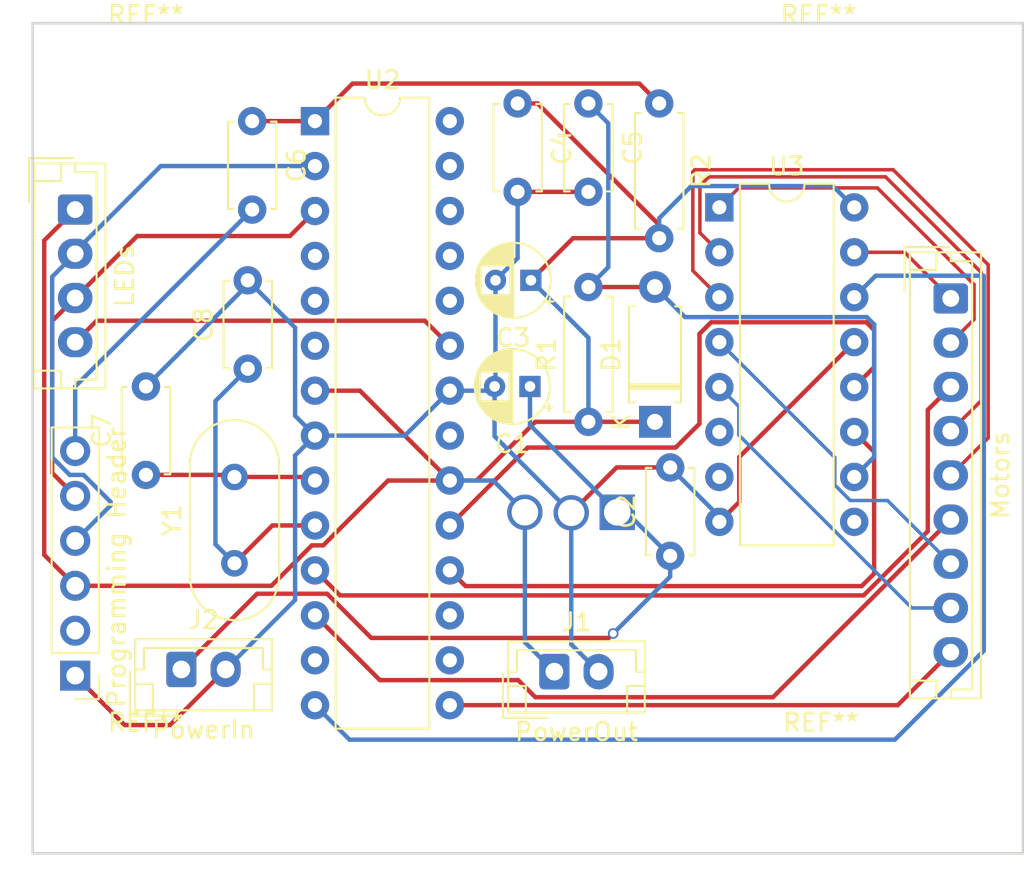
<source format=kicad_pcb>
(kicad_pcb (version 20211014) (generator pcbnew)
  (layers (0 "F.Cu" signal) (31 "B.Cu" signal) (34 "B.Paste" user) (35 "F.Paste" user) (36 "B.SilkS" user "B.Silkscreen") (37 "F.SilkS" user "F.Silkscreen") (38 "B.Mask" user) (39 "F.Mask" user) (44 "Edge.Cuts" user))
  (net 0 "")
  (net 1 "Net-(C5-Pad1)")
  (net 2 "GND")
  (net 3 "4.5V")
  (net 4 "LED1")
  (net 5 "LED0")
  (net 6 "M0+")
  (net 7 "M1+")
  (net 8 "M1-")
  (net 9 "M2-")
  (net 10 "M0-")
  (net 11 "M2+")
  (net 12 "LED2")
  (net 13 "M0PWM")
  (net 14 "M1PWM")
  (net 20 "Net-(C6-Pad1)")
  (net 21 "Net-(C7-Pad1)")
  (net 22 "9V")
  (net 26 "M2PWM")
  (net 34 "Net-(C6-Pad2)")
  (net 36 "Net-(C8-Pad1)")
  (net 37 "SERIAL_DATA")
  (net 38 "SERIAL_LATCH")
  (net 39 "SERIAL_CLOCK")
  (footprint "Crystal:Crystal_HC49-U_Vertical" (layer "F.Cu") (at 71 89 90)
    (fp_text reference "Y1" (at 2.44 -3.525 90) (layer "F.SilkS"))
    (fp_text value "Crystal")
    (pad "1" thru_hole circle (at 0 0 90) (size 1.5 1.5) (drill 0.8) (layers *.Cu *.Mask) (net 36 "Net-(C8-Pad1)"))
    (pad "2" thru_hole circle (at 4.88 0 90) (size 1.5 1.5) (drill 0.8) (layers *.Cu *.Mask) (net 21 "Net-(C7-Pad1)"))
  )
  (footprint "custom:JST_EH_B2B-EH-A_1x02_P2.50mm_Vertical" (layer "F.Cu") (at 68 95)
    (fp_text reference "J2" (at 1.25 -2.8) (layer "F.SilkS"))
    (fp_text value "PowerIn" (at 1.25 3.4) (layer "F.SilkS"))
    (pad "1" thru_hole roundrect locked (at 0 0) (size 1.7 2) (drill 1) (layers *.Cu *.Mask) (roundrect_rratio 0.147059) (net 22 "9V"))
    (pad "2" thru_hole oval locked (at 2.5 0) (size 1.7 2) (drill 1) (layers *.Cu *.Mask) (net 2 "GND"))
  )
  (footprint "custom:MountingHole_3mm" (layer "F.Cu") (at 104.14 102)
    (fp_text reference "REF**" (at 0 -4) (layer "F.SilkS"))
    (fp_text value "MountingHole_3mm")
    (pad "" np_thru_hole circle locked (at 0 0) (size 3 3) (drill 3) (layers *.Cu *.Mask))
  )
  (footprint "custom:C_Disc_D4.7mm_W2.5mm_P5.00mm" (layer "F.Cu") (at 91 63 -90)
    (fp_text reference "C5" (at 2.5 -2.5 90) (layer "F.SilkS"))
    (fp_text value "C_Small")
    (pad "1" thru_hole circle locked (at 0 0 270) (size 1.6 1.6) (drill 0.8) (layers *.Cu *.Mask) (net 1 "Net-(C5-Pad1)"))
    (pad "2" thru_hole circle locked (at 5 0 270) (size 1.6 1.6) (drill 0.8) (layers *.Cu *.Mask) (net 2 "GND"))
  )
  (footprint "custom:L7805CV" (layer "F.Cu") (at 93.64 87.035 180)
    (fp_text reference "U1" hide)
    (fp_text value "L7805")
    (pad "1" thru_hole rect (at 1.01 0.92 180) (size 2 2) (drill 1.5) (layers *.Cu *.Mask) (net 22 "9V"))
    (pad "2" thru_hole circle (at 3.61 0.89 180) (size 2 2) (drill 1.5) (layers *.Cu *.Mask) (net 2 "GND"))
    (pad "3" thru_hole circle (at 6.23 0.92 180) (size 2 2) (drill 1.5) (layers *.Cu *.Mask) (net 3 "4.5V"))
  )
  (footprint "custom:JST_EH_B2B-EH-A_1x02_P2.50mm_Vertical" (layer "F.Cu") (at 89.075 95.125)
    (fp_text reference "J1" (at 1.25 -2.8) (layer "F.SilkS"))
    (fp_text value "PowerOut" (at 1.25 3.4) (layer "F.SilkS"))
    (pad "1" thru_hole roundrect locked (at 0 0) (size 1.7 2) (drill 1) (layers *.Cu *.Mask) (roundrect_rratio 0.147059) (net 3 "4.5V"))
    (pad "2" thru_hole oval locked (at 2.5 0) (size 1.7 2) (drill 1) (layers *.Cu *.Mask) (net 2 "GND"))
  )
  (footprint "custom:C_Disc_D4.7mm_W2.5mm_P5.00mm" (layer "F.Cu") (at 72 64 -90)
    (fp_text reference "C6" (at 2.5 -2.5 90) (layer "F.SilkS"))
    (fp_text value "C_Small")
    (pad "1" thru_hole circle locked (at 0 0 270) (size 1.6 1.6) (drill 0.8) (layers *.Cu *.Mask) (net 20 "Net-(C6-Pad1)"))
    (pad "2" thru_hole circle locked (at 5 0 270) (size 1.6 1.6) (drill 0.8) (layers *.Cu *.Mask) (net 34 "Net-(C6-Pad2)"))
  )
  (footprint "Connector_JST:JST_EH_B9B-EH-A_1x09_P2.50mm_Vertical" (layer "F.Cu") (at 111.475 74.025 -90)
    (fp_text reference "Motors" (at 10 -2.8 90) (layer "F.SilkS"))
    (fp_text value "Conn_01x09_Male")
    (pad "1" thru_hole roundrect (at 0 0 270) (size 1.7 1.95) (drill 0.95) (layers *.Cu *.Mask) (roundrect_rratio 0.147059) (net 6 "M0+"))
    (pad "2" thru_hole oval (at 2.5 0 270) (size 1.7 1.95) (drill 0.95) (layers *.Cu *.Mask) (net 10 "M0-"))
    (pad "3" thru_hole oval (at 5 0 270) (size 1.7 1.95) (drill 0.95) (layers *.Cu *.Mask) (net 13 "M0PWM"))
    (pad "4" thru_hole oval (at 7.5 0 270) (size 1.7 1.95) (drill 0.95) (layers *.Cu *.Mask) (net 7 "M1+"))
    (pad "5" thru_hole oval (at 10 0 270) (size 1.7 1.95) (drill 0.95) (layers *.Cu *.Mask) (net 8 "M1-"))
    (pad "6" thru_hole oval (at 12.5 0 270) (size 1.7 1.95) (drill 0.95) (layers *.Cu *.Mask) (net 14 "M1PWM"))
    (pad "7" thru_hole oval (at 15 0 270) (size 1.7 1.95) (drill 0.95) (layers *.Cu *.Mask) (net 11 "M2+"))
    (pad "8" thru_hole oval (at 17.5 0 270) (size 1.7 1.95) (drill 0.95) (layers *.Cu *.Mask) (net 9 "M2-"))
    (pad "9" thru_hole oval (at 20 0 270) (size 1.7 1.95) (drill 0.95) (layers *.Cu *.Mask) (net 26 "M2PWM"))
  )
  (footprint "custom:DIP-28_W7.62mm" (layer "F.Cu") (at 75.55 64)
    (fp_text reference "U2" (at 3.81 -2.33) (layer "F.SilkS"))
    (fp_text value "ATMEGA328P-PU")
    (pad "1" thru_hole rect locked (at 0 0) (size 1.6 1.6) (drill 0.8) (layers *.Cu *.Mask) (net 20 "Net-(C6-Pad1)"))
    (pad "2" thru_hole oval locked (at 0 2.54) (size 1.6 1.6) (drill 0.8) (layers *.Cu *.Mask) (net 5 "LED0"))
    (pad "3" thru_hole oval locked (at 0 5.08) (size 1.6 1.6) (drill 0.8) (layers *.Cu *.Mask) (net 4 "LED1"))
    (pad "4" thru_hole oval locked (at 0 7.62) (size 1.6 1.6) (drill 0.8) (layers *.Cu *.Mask))
    (pad "5" thru_hole oval locked (at 0 10.16) (size 1.6 1.6) (drill 0.8) (layers *.Cu *.Mask))
    (pad "6" thru_hole oval locked (at 0 12.7) (size 1.6 1.6) (drill 0.8) (layers *.Cu *.Mask))
    (pad "7" thru_hole oval locked (at 0 15.24) (size 1.6 1.6) (drill 0.8) (layers *.Cu *.Mask) (net 3 "4.5V"))
    (pad "8" thru_hole oval locked (at 0 17.78) (size 1.6 1.6) (drill 0.8) (layers *.Cu *.Mask) (net 2 "GND"))
    (pad "9" thru_hole oval locked (at 0 20.32) (size 1.6 1.6) (drill 0.8) (layers *.Cu *.Mask) (net 21 "Net-(C7-Pad1)"))
    (pad "10" thru_hole oval locked (at 0 22.86) (size 1.6 1.6) (drill 0.8) (layers *.Cu *.Mask) (net 36 "Net-(C8-Pad1)"))
    (pad "11" thru_hole oval locked (at 0 25.4) (size 1.6 1.6) (drill 0.8) (layers *.Cu *.Mask) (net 13 "M0PWM"))
    (pad "12" thru_hole oval locked (at 0 27.94) (size 1.6 1.6) (drill 0.8) (layers *.Cu *.Mask) (net 14 "M1PWM"))
    (pad "13" thru_hole oval locked (at 0 30.48) (size 1.6 1.6) (drill 0.8) (layers *.Cu *.Mask))
    (pad "14" thru_hole oval locked (at 0 33.02) (size 1.6 1.6) (drill 0.8) (layers *.Cu *.Mask) (net 37 "SERIAL_DATA"))
    (pad "15" thru_hole oval locked (at 7.62 33.02) (size 1.6 1.6) (drill 0.8) (layers *.Cu *.Mask) (net 26 "M2PWM"))
    (pad "16" thru_hole oval locked (at 7.62 30.48) (size 1.6 1.6) (drill 0.8) (layers *.Cu *.Mask))
    (pad "17" thru_hole oval locked (at 7.62 27.94) (size 1.6 1.6) (drill 0.8) (layers *.Cu *.Mask))
    (pad "18" thru_hole oval locked (at 7.62 25.4) (size 1.6 1.6) (drill 0.8) (layers *.Cu *.Mask) (net 39 "SERIAL_CLOCK"))
    (pad "19" thru_hole oval locked (at 7.62 22.86) (size 1.6 1.6) (drill 0.8) (layers *.Cu *.Mask) (net 38 "SERIAL_LATCH"))
    (pad "20" thru_hole oval locked (at 7.62 20.32) (size 1.6 1.6) (drill 0.8) (layers *.Cu *.Mask) (net 3 "4.5V"))
    (pad "21" thru_hole oval locked (at 7.62 17.78) (size 1.6 1.6) (drill 0.8) (layers *.Cu *.Mask))
    (pad "22" thru_hole oval locked (at 7.62 15.24) (size 1.6 1.6) (drill 0.8) (layers *.Cu *.Mask) (net 2 "GND"))
    (pad "23" thru_hole oval locked (at 7.62 12.7) (size 1.6 1.6) (drill 0.8) (layers *.Cu *.Mask) (net 12 "LED2"))
    (pad "24" thru_hole oval locked (at 7.62 10.16) (size 1.6 1.6) (drill 0.8) (layers *.Cu *.Mask))
    (pad "25" thru_hole oval locked (at 7.62 7.62) (size 1.6 1.6) (drill 0.8) (layers *.Cu *.Mask))
    (pad "26" thru_hole oval locked (at 7.62 5.08) (size 1.6 1.6) (drill 0.8) (layers *.Cu *.Mask))
    (pad "27" thru_hole oval locked (at 7.62 2.54) (size 1.6 1.6) (drill 0.8) (layers *.Cu *.Mask))
    (pad "28" thru_hole oval locked (at 7.62 0) (size 1.6 1.6) (drill 0.8) (layers *.Cu *.Mask))
  )
  (footprint "custom:R_Axial_DIN0207_L6.3mm_D2.5mm_P7.62mm_Horizontal" (layer "F.Cu") (at 91 81 90)
    (fp_text reference "R1" (at 3.81 -2.37 90) (layer "F.SilkS"))
    (fp_text value "R")
    (pad "1" thru_hole circle locked (at 0 0 90) (size 1.6 1.6) (drill 0.8) (layers *.Cu *.Mask) (net 3 "4.5V"))
    (pad "2" thru_hole oval locked (at 7.62 0 90) (size 1.6 1.6) (drill 0.8) (layers *.Cu *.Mask) (net 1 "Net-(C5-Pad1)"))
  )
  (footprint "custom:MountingHole_3mm" (layer "F.Cu") (at 104 62)
    (fp_text reference "REF**" (at 0 -4) (layer "F.SilkS"))
    (fp_text value "MountingHole_3mm")
    (pad "" np_thru_hole circle locked (at 0 0) (size 3 3) (drill 3) (layers F&B.Cu *.Mask))
  )
  (footprint "custom:PinHeader_1x06_P2.54mm_Vertical" (layer "F.Cu") (at 62 95.35 180)
    (fp_text reference "Programming Header" (at -2.34 6.13 270) (layer "F.SilkS"))
    (fp_text value "Programming Header")
    (pad "1" thru_hole rect locked (at 0 0 180) (size 1.7 1.7) (drill 1) (layers *.Cu *.Mask) (net 2 "GND"))
    (pad "2" thru_hole oval locked (at 0 2.54 180) (size 1.7 1.7) (drill 1) (layers *.Cu *.Mask))
    (pad "3" thru_hole oval locked (at 0 5.08 180) (size 1.7 1.7) (drill 1) (layers *.Cu *.Mask) (net 3 "4.5V"))
    (pad "4" thru_hole oval locked (at 0 7.62 180) (size 1.7 1.7) (drill 1) (layers *.Cu *.Mask) (net 5 "LED0"))
    (pad "5" thru_hole oval locked (at 0 10.16 180) (size 1.7 1.7) (drill 1) (layers *.Cu *.Mask) (net 4 "LED1"))
    (pad "6" thru_hole oval locked (at 0 12.7 180) (size 1.7 1.7) (drill 1) (layers *.Cu *.Mask) (net 34 "Net-(C6-Pad2)"))
  )
  (footprint "custom:C_Disc_D4.7mm_W2.5mm_P5.00mm" (layer "F.Cu") (at 66 84 90)
    (fp_text reference "C7" (at 2.5 -2.5 90) (layer "F.SilkS"))
    (fp_text value "C6")
    (pad "1" thru_hole circle locked (at 0 0 90) (size 1.6 1.6) (drill 0.8) (layers *.Cu *.Mask) (net 21 "Net-(C7-Pad1)"))
    (pad "2" thru_hole circle locked (at 5 0 90) (size 1.6 1.6) (drill 0.8) (layers *.Cu *.Mask) (net 2 "GND"))
  )
  (footprint "custom:D_A-405_P7.62mm_Horizontal" (layer "F.Cu") (at 94.76 81 90)
    (fp_text reference "D1" (at 3.81 -2.47 90) (layer "F.SilkS"))
    (fp_text value "D")
    (fp_text user "K" (at 0 -1.9 90) (layer "F.SilkS"))
    (pad "1" thru_hole rect locked (at 0 0 90) (size 1.8 1.8) (drill 0.9) (layers *.Cu *.Mask) (net 3 "4.5V"))
    (pad "2" thru_hole oval locked (at 7.62 0 90) (size 1.8 1.8) (drill 0.9) (layers *.Cu *.Mask) (net 1 "Net-(C5-Pad1)"))
  )
  (footprint "custom:CP_Radial_D4.0mm_P2.00mm" (layer "F.Cu") (at 87.75 73 180)
    (fp_text reference "C3" (at 1 -3.25) (layer "F.SilkS"))
    (fp_text value "CP3")
    (pad "1" thru_hole rect locked (at 0 0 180) (size 1.2 1.2) (drill 0.6) (layers *.Cu *.Mask) (net 3 "4.5V"))
    (pad "2" thru_hole circle locked (at 2 0 180) (size 1.2 1.2) (drill 0.6) (layers *.Cu *.Mask) (net 2 "GND"))
  )
  (footprint "custom:C_Disc_D4.7mm_W2.5mm_P5.00mm" (layer "F.Cu") (at 87 63 -90)
    (fp_text reference "C4" (at 2.5 -2.5 90) (layer "F.SilkS"))
    (fp_text value "C4")
    (pad "1" thru_hole circle locked (at 0 0 270) (size 1.6 1.6) (drill 0.8) (layers *.Cu *.Mask) (net 3 "4.5V"))
    (pad "2" thru_hole circle locked (at 5 0 270) (size 1.6 1.6) (drill 0.8) (layers *.Cu *.Mask) (net 2 "GND"))
  )
  (footprint "custom:C_Disc_D4.7mm_W2.5mm_P5.00mm" (layer "F.Cu") (at 95.62 88.58 90)
    (fp_text reference "C2" (at 2.5 -2.5 90) (layer "F.SilkS"))
    (fp_text value "C2")
    (pad "1" thru_hole circle locked (at 0 0 90) (size 1.6 1.6) (drill 0.8) (layers *.Cu *.Mask) (net 22 "9V"))
    (pad "2" thru_hole circle locked (at 5 0 90) (size 1.6 1.6) (drill 0.8) (layers *.Cu *.Mask) (net 2 "GND"))
  )
  (footprint "custom:C_Disc_D4.7mm_W2.5mm_P5.00mm" (layer "F.Cu") (at 71.75 78 90)
    (fp_text reference "C8" (at 2.5 -2.5 90) (layer "F.SilkS"))
    (fp_text value "C7")
    (pad "1" thru_hole circle locked (at 0 0 90) (size 1.6 1.6) (drill 0.8) (layers *.Cu *.Mask) (net 36 "Net-(C8-Pad1)"))
    (pad "2" thru_hole circle locked (at 5 0 90) (size 1.6 1.6) (drill 0.8) (layers *.Cu *.Mask) (net 2 "GND"))
  )
  (footprint "custom:DIP-16_W7.62mm" (layer "F.Cu") (at 98.4 68.875)
    (fp_text reference "U3" (at 3.81 -2.33) (layer "F.SilkS"))
    (fp_text value "SN74HC595")
    (pad "1" thru_hole rect locked (at 0 0) (size 1.6 1.6) (drill 0.8) (layers *.Cu *.Mask) (net 10 "M0-"))
    (pad "2" thru_hole oval locked (at 0 2.54) (size 1.6 1.6) (drill 0.8) (layers *.Cu *.Mask) (net 7 "M1+"))
    (pad "3" thru_hole oval locked (at 0 5.08) (size 1.6 1.6) (drill 0.8) (layers *.Cu *.Mask) (net 8 "M1-"))
    (pad "4" thru_hole oval locked (at 0 7.62) (size 1.6 1.6) (drill 0.8) (layers *.Cu *.Mask) (net 11 "M2+"))
    (pad "5" thru_hole oval locked (at 0 10.16) (size 1.6 1.6) (drill 0.8) (layers *.Cu *.Mask) (net 9 "M2-"))
    (pad "6" thru_hole oval locked (at 0 12.7) (size 1.6 1.6) (drill 0.8) (layers *.Cu *.Mask))
    (pad "7" thru_hole oval locked (at 0 15.24) (size 1.6 1.6) (drill 0.8) (layers *.Cu *.Mask))
    (pad "8" thru_hole oval locked (at 0 17.78) (size 1.6 1.6) (drill 0.8) (layers *.Cu *.Mask) (net 2 "GND"))
    (pad "9" thru_hole oval locked (at 7.62 17.78) (size 1.6 1.6) (drill 0.8) (layers *.Cu *.Mask))
    (pad "10" thru_hole oval locked (at 7.62 15.24) (size 1.6 1.6) (drill 0.8) (layers *.Cu *.Mask) (net 1 "Net-(C5-Pad1)"))
    (pad "11" thru_hole oval locked (at 7.62 12.7) (size 1.6 1.6) (drill 0.8) (layers *.Cu *.Mask) (net 39 "SERIAL_CLOCK"))
    (pad "12" thru_hole oval locked (at 7.62 10.16) (size 1.6 1.6) (drill 0.8) (layers *.Cu *.Mask) (net 38 "SERIAL_LATCH"))
    (pad "13" thru_hole oval locked (at 7.62 7.62) (size 1.6 1.6) (drill 0.8) (layers *.Cu *.Mask) (net 2 "GND"))
    (pad "14" thru_hole oval locked (at 7.62 5.08) (size 1.6 1.6) (drill 0.8) (layers *.Cu *.Mask) (net 37 "SERIAL_DATA"))
    (pad "15" thru_hole oval locked (at 7.62 2.54) (size 1.6 1.6) (drill 0.8) (layers *.Cu *.Mask) (net 6 "M0+"))
    (pad "16" thru_hole oval locked (at 7.62 0) (size 1.6 1.6) (drill 0.8) (layers *.Cu *.Mask) (net 3 "4.5V"))
  )
  (footprint "custom:MountingHole_3mm" (layer "F.Cu") (at 66 62)
    (fp_text reference "REF**" (at 0 -4) (layer "F.SilkS"))
    (fp_text value "MountingHole_3mm")
    (pad "" np_thru_hole circle locked (at 0 0) (size 3 3) (drill 3) (layers *.Cu *.Mask))
  )
  (footprint "custom:R_Axial_DIN0207_L6.3mm_D2.5mm_P7.62mm_Horizontal" (layer "F.Cu") (at 95 63 -90)
    (fp_text reference "R2" (at 3.81 -2.37 90) (layer "F.SilkS"))
    (fp_text value "R10")
    (pad "1" thru_hole circle locked (at 0 0 270) (size 1.6 1.6) (drill 0.8) (layers *.Cu *.Mask) (net 20 "Net-(C6-Pad1)"))
    (pad "2" thru_hole oval locked (at 7.62 0 270) (size 1.6 1.6) (drill 0.8) (layers *.Cu *.Mask) (net 3 "4.5V"))
  )
  (footprint "custom:MountingHole_3mm" (layer "F.Cu") (at 66 102)
    (fp_text reference "REF**" (at 0 -4) (layer "F.SilkS"))
    (fp_text value "MountingHole_3mm")
    (pad "" np_thru_hole circle locked (at 0 0) (size 3 3) (drill 3) (layers *.Cu *.Mask))
  )
  (footprint "custom:CP_Radial_D4.0mm_P2.00mm" (layer "F.Cu") (at 87.6976 79 180)
    (fp_text reference "C1" (at 1 -3.25) (layer "F.SilkS"))
    (fp_text value "CP1")
    (pad "1" thru_hole rect locked (at 0 0 180) (size 1.2 1.2) (drill 0.6) (layers *.Cu *.Mask) (net 22 "9V"))
    (pad "2" thru_hole circle locked (at 2 0 180) (size 1.2 1.2) (drill 0.6) (layers *.Cu *.Mask) (net 2 "GND"))
  )
  (footprint "custom:JST_EH_B4B-EH-A_1x04_P2.50mm_Vertical" (layer "F.Cu") (at 62 69 -90)
    (fp_text reference "LEDs" (at 3.75 -2.8 90) (layer "F.SilkS"))
    (fp_text value "LEDs")
    (pad "1" thru_hole roundrect locked (at 0 0 270) (size 1.7 1.95) (drill 0.95) (layers *.Cu *.Mask) (roundrect_rratio 0.147059) (net 3 "4.5V"))
    (pad "2" thru_hole oval locked (at 2.5 0 270) (size 1.7 1.95) (drill 0.95) (layers *.Cu *.Mask) (net 5 "LED0"))
    (pad "3" thru_hole oval locked (at 5 0 270) (size 1.7 1.95) (drill 0.95) (layers *.Cu *.Mask) (net 4 "LED1"))
    (pad "4" thru_hole oval locked (at 7.5 0 270) (size 1.7 1.95) (drill 0.95) (layers *.Cu *.Mask) (net 12 "LED2"))
  )
  (gr_rect (start 59.6 58.465) (end 115.56 105.395) (layer "Edge.Cuts") (width 0.15) (fill none))
  (segment (start 91 73.38) (end 94.76 73.38) (width 0.25) (layer "F.Cu") (net 1))
  (segment (start 94.76 73.38) (end 96.459511 75.079511) (width 0.25) (layer "B.Cu") (net 1))
  (segment (start 91 63) (end 92.124511 64.124511) (width 0.25) (layer "B.Cu") (net 1))
  (segment (start 92.124511 64.124511) (end 92.124511 72.255489) (width 0.25) (layer "B.Cu") (net 1))
  (segment (start 92.124511 72.255489) (end 91 73.38) (width 0.25) (layer "B.Cu") (net 1))
  (segment (start 107.15 75.496022) (end 107.15 82.985) (width 0.25) (layer "B.Cu") (net 1))
  (segment (start 96.459511 75.079511) (end 106.733489 75.079511) (width 0.25) (layer "B.Cu") (net 1))
  (segment (start 106.733489 75.079511) (end 107.15 75.496022) (width 0.25) (layer "B.Cu") (net 1))
  (segment (start 107.15 82.985) (end 106.02 84.115) (width 0.25) (layer "B.Cu") (net 1))
  (segment (start 87 68) (end 91 68) (width 0.25) (layer "F.Cu") (net 2))
  (segment (start 64.794511 98.144511) (end 67.355489 98.144511) (width 0.25) (layer "F.Cu") (net 2))
  (segment (start 67.355489 98.144511) (end 70.5 95) (width 0.25) (layer "F.Cu") (net 2))
  (segment (start 92.595 83.58) (end 95.62 83.58) (width 0.25) (layer "F.Cu") (net 2))
  (segment (start 98.4 86.655) (end 99.524511 85.530489) (width 0.25) (layer "F.Cu") (net 2))
  (segment (start 62 95.35) (end 64.794511 98.144511) (width 0.25) (layer "F.Cu") (net 2))
  (segment (start 99.524511 85.530489) (end 99.524511 82.990489) (width 0.25) (layer "F.Cu") (net 2))
  (segment (start 99.524511 82.990489) (end 106.02 76.495) (width 0.25) (layer "F.Cu") (net 2))
  (segment (start 90.03 86.145) (end 92.595 83.58) (width 0.25) (layer "F.Cu") (net 2))
  (segment (start 80.63 81.78) (end 83.17 79.24) (width 0.25) (layer "B.Cu") (net 2))
  (segment (start 85.75 73) (end 85.75 78.9476) (width 0.25) (layer "B.Cu") (net 2))
  (segment (start 90.03 93.58) (end 91.575 95.125) (width 0.25) (layer "B.Cu") (net 2))
  (segment (start 85.6976 81.8126) (end 90.03 86.145) (width 0.25) (layer "B.Cu") (net 2))
  (segment (start 70.5 95) (end 74.425489 91.074511) (width 0.25) (layer "B.Cu") (net 2))
  (segment (start 90.03 86.145) (end 90.03 93.58) (width 0.25) (layer "B.Cu") (net 2))
  (segment (start 87 71.75) (end 85.75 73) (width 0.25) (layer "B.Cu") (net 2))
  (segment (start 85.6976 79) (end 85.6976 81.8126) (width 0.25) (layer "B.Cu") (net 2))
  (segment (start 71.75 73.25) (end 71.75 73) (width 0.25) (layer "B.Cu") (net 2))
  (segment (start 74.425489 75.675489) (end 74.425489 80.655489) (width 0.25) (layer "B.Cu") (net 2))
  (segment (start 75.55 81.78) (end 80.63 81.78) (width 0.25) (layer "B.Cu") (net 2))
  (segment (start 95.62 83.58) (end 98.4 86.36) (width 0.25) (layer "B.Cu") (net 2))
  (segment (start 71.75 73) (end 74.425489 75.675489) (width 0.25) (layer "B.Cu") (net 2))
  (segment (start 74.425489 80.655489) (end 75.55 81.78) (width 0.25) (layer "B.Cu") (net 2))
  (segment (start 85.75 78.9476) (end 85.6976 79) (width 0.25) (layer "B.Cu") (net 2))
  (segment (start 87 68) (end 87 71.75) (width 0.25) (layer "B.Cu") (net 2))
  (segment (start 74.425489 91.074511) (end 74.425489 82.904511) (width 0.25) (layer "B.Cu") (net 2))
  (segment (start 98.4 86.36) (end 98.4 86.655) (width 0.25) (layer "B.Cu") (net 2))
  (segment (start 74.425489 82.904511) (end 75.55 81.78) (width 0.25) (layer "B.Cu") (net 2))
  (segment (start 83.17 79.24) (end 85.4576 79.24) (width 0.25) (layer "B.Cu") (net 2))
  (segment (start 66 79) (end 71.75 73.25) (width 0.25) (layer "B.Cu") (net 2))
  (segment (start 85.4576 79.24) (end 85.6976 79) (width 0.25) (layer "B.Cu") (net 2))
  (segment (start 75.375189 87.984511) (end 76.015789 87.984511) (width 0.25) (layer "F.Cu") (net 3))
  (segment (start 95 69.86863) (end 95 70.62) (width 0.25) (layer "F.Cu") (net 3))
  (segment (start 62 69) (end 60.25096 70.74904) (width 0.25) (layer "F.Cu") (net 3))
  (segment (start 88 81) (end 91 81) (width 0.25) (layer "F.Cu") (net 3))
  (segment (start 76.015789 87.984511) (end 79.6803 84.32) (width 0.25) (layer "F.Cu") (net 3))
  (segment (start 75.55 79.24) (end 78.09 79.24) (width 0.25) (layer "F.Cu") (net 3))
  (segment (start 87 63) (end 88.13137 63) (width 0.25) (layer "F.Cu") (net 3))
  (segment (start 90.13 70.62) (end 95 70.62) (width 0.25) (layer "F.Cu") (net 3))
  (segment (start 78.09 79.24) (end 83.17 84.32) (width 0.25) (layer "F.Cu") (net 3))
  (segment (start 88.13137 63) (end 95 69.86863) (width 0.25) (layer "F.Cu") (net 3))
  (segment (start 84.68 84.32) (end 88 81) (width 0.25) (layer "F.Cu") (net 3))
  (segment (start 73.0897 90.27) (end 75.375189 87.984511) (width 0.25) (layer "F.Cu") (net 3))
  (segment (start 79.6803 84.32) (end 83.17 84.32) (width 0.25) (layer "F.Cu") (net 3))
  (segment (start 83.17 84.32) (end 84.68 84.32) (width 0.25) (layer "F.Cu") (net 3))
  (segment (start 91 81) (end 94.76 81) (width 0.25) (layer "F.Cu") (net 3))
  (segment (start 60.25096 88.52096) (end 62 90.27) (width 0.25) (layer "F.Cu") (net 3))
  (segment (start 62 90.27) (end 73.0897 90.27) (width 0.25) (layer "F.Cu") (net 3))
  (segment (start 60.25096 70.74904) (end 60.25096 88.52096) (width 0.25) (layer "F.Cu") (net 3))
  (segment (start 87.75 73) (end 90.13 70.62) (width 0.25) (layer "F.Cu") (net 3))
  (segment (start 87.75 73) (end 91 76.25) (width 0.25) (layer "B.Cu") (net 3))
  (segment (start 95 69.48863) (end 96.81863 67.67) (width 0.25) (layer "B.Cu") (net 3))
  (segment (start 104.815 67.67) (end 106.02 68.875) (width 0.25) (layer "B.Cu") (net 3))
  (segment (start 91 76.25) (end 91 81) (width 0.25) (layer "B.Cu") (net 3))
  (segment (start 95 70.62) (end 95 69.48863) (width 0.25) (layer "B.Cu") (net 3))
  (segment (start 96.81863 67.67) (end 104.815 67.67) (width 0.25) (layer "B.Cu") (net 3))
  (segment (start 85.615 84.32) (end 87.41 86.115) (width 0.25) (layer "B.Cu") (net 3))
  (segment (start 87.41 93.46) (end 89.075 95.125) (width 0.25) (layer "B.Cu") (net 3))
  (segment (start 87.41 86.115) (end 87.41 93.46) (width 0.25) (layer "B.Cu") (net 3))
  (segment (start 83.17 84.32) (end 85.615 84.32) (width 0.25) (layer "B.Cu") (net 3))
  (segment (start 60.70048 83.89048) (end 60.70048 75.29952) (width 0.25) (layer "F.Cu") (net 4))
  (segment (start 74.134511 70.495489) (end 75.55 69.08) (width 0.25) (layer "F.Cu") (net 4))
  (segment (start 62 85.19) (end 60.70048 83.89048) (width 0.25) (layer "F.Cu") (net 4))
  (segment (start 60.70048 75.29952) (end 62 74) (width 0.25) (layer "F.Cu") (net 4))
  (segment (start 62 74) (end 65.504511 70.495489) (width 0.25) (layer "F.Cu") (net 4))
  (segment (start 65.504511 70.495489) (end 74.134511 70.495489) (width 0.25) (layer "F.Cu") (net 4))
  (segment (start 62 71.5) (end 62 71.375) (width 0.25) (layer "B.Cu") (net 5))
  (segment (start 61.68899 84) (end 62.47101 84) (width 0.25) (layer "B.Cu") (net 5))
  (segment (start 60.70048 72.79952) (end 60.70048 83.01149) (width 0.25) (layer "B.Cu") (net 5))
  (segment (start 62 71.375) (end 66.835 66.54) (width 0.25) (layer "B.Cu") (net 5))
  (segment (start 64 85.52899) (end 64 85.73) (width 0.25) (layer "B.Cu") (net 5))
  (segment (start 60.70048 83.01149) (end 61.68899 84) (width 0.25) (layer "B.Cu") (net 5))
  (segment (start 62.47101 84) (end 64 85.52899) (width 0.25) (layer "B.Cu") (net 5))
  (segment (start 66.835 66.54) (end 75.55 66.54) (width 0.25) (layer "B.Cu") (net 5))
  (segment (start 64 85.73) (end 62 87.73) (width 0.25) (layer "B.Cu") (net 5))
  (segment (start 62 71.5) (end 60.70048 72.79952) (width 0.25) (layer "B.Cu") (net 5))
  (segment (start 108.865 71.415) (end 111.475 74.025) (width 0.2) (layer "F.Cu") (net 6))
  (segment (start 106.02 71.415) (end 108.865 71.415) (width 0.2) (layer "F.Cu") (net 6))
  (segment (start 107.79 67.15) (end 113.18952 72.54952) (width 0.2) (layer "F.Cu") (net 7))
  (segment (start 113.18952 72.54952) (end 113.18952 79.81048) (width 0.2) (layer "F.Cu") (net 7))
  (segment (start 98.4 71.415) (end 97.300489 70.315489) (width 0.2) (layer "F.Cu") (net 7))
  (segment (start 97.300489 70.315489) (end 97.300489 67.659511) (width 0.2) (layer "F.Cu") (net 7))
  (segment (start 97.300489 67.659511) (end 97.81 67.15) (width 0.2) (layer "F.Cu") (net 7))
  (segment (start 113.18952 79.81048) (end 111.475 81.525) (width 0.2) (layer "F.Cu") (net 7))
  (segment (start 97.81 67.15) (end 107.79 67.15) (width 0.2) (layer "F.Cu") (net 7))
  (segment (start 113.58904 72.11904) (end 113.58904 81.91096) (width 0.2) (layer "F.Cu") (net 8))
  (segment (start 96.90097 72.45597) (end 96.90097 66.85903) (width 0.2) (layer "F.Cu") (net 8))
  (segment (start 113.58904 81.91096) (end 111.475 84.025) (width 0.2) (layer "F.Cu") (net 8))
  (segment (start 97.009519 66.750481) (end 108.220481 66.750481) (width 0.2) (layer "F.Cu") (net 8))
  (segment (start 96.90097 66.85903) (end 97.009519 66.750481) (width 0.2) (layer "F.Cu") (net 8))
  (segment (start 108.220481 66.750481) (end 113.58904 72.11904) (width 0.2) (layer "F.Cu") (net 8))
  (segment (start 98.4 73.955) (end 96.90097 72.45597) (width 0.2) (layer "F.Cu") (net 8))
  (segment (start 98.4 79.035) (end 99.499511 80.134511) (width 0.2) (layer "B.Cu") (net 9))
  (segment (start 99.499511 81.749511) (end 109.275 91.525) (width 0.2) (layer "B.Cu") (net 9))
  (segment (start 99.499511 80.134511) (end 99.499511 81.749511) (width 0.2) (layer "B.Cu") (net 9))
  (segment (start 109.275 91.525) (end 111.475 91.525) (width 0.2) (layer "B.Cu") (net 9))
  (segment (start 112.79 75.21) (end 111.475 76.525) (width 0.2) (layer "F.Cu") (net 10))
  (segment (start 98.4 68.875) (end 99.499511 67.775489) (width 0.2) (layer "F.Cu") (net 10))
  (segment (start 112.79 73.237862) (end 112.79 75.21) (width 0.2) (layer "F.Cu") (net 10))
  (segment (start 99.499511 67.775489) (end 107.327627 67.775489) (width 0.2) (layer "F.Cu") (net 10))
  (segment (start 107.327627 67.775489) (end 112.79 73.237862) (width 0.2) (layer "F.Cu") (net 10))
  (segment (start 98.4 76.495) (end 104.920489 83.015489) (width 0.2) (layer "B.Cu") (net 11))
  (segment (start 104.920489 83.015489) (end 104.920489 84.570433) (width 0.2) (layer "B.Cu") (net 11))
  (segment (start 104.920489 84.570433) (end 105.800056 85.45) (width 0.2) (layer "B.Cu") (net 11))
  (segment (start 107.9 85.45) (end 111.475 89.025) (width 0.2) (layer "B.Cu") (net 11))
  (segment (start 105.800056 85.45) (end 107.9 85.45) (width 0.2) (layer "B.Cu") (net 11))
  (segment (start 81.754511 75.284511) (end 83.17 76.7) (width 0.25) (layer "F.Cu") (net 12))
  (segment (start 63.215489 75.284511) (end 81.754511 75.284511) (width 0.25) (layer "F.Cu") (net 12))
  (segment (start 62 76.5) (end 63.215489 75.284511) (width 0.25) (layer "F.Cu") (net 12))
  (segment (start 76.965489 90.815489) (end 106.548793 90.815489) (width 0.25) (layer "F.Cu") (net 13))
  (segment (start 106.548793 90.815489) (end 110.17548 87.188802) (width 0.25) (layer "F.Cu") (net 13))
  (segment (start 75.55 89.4) (end 76.965489 90.815489) (width 0.25) (layer "F.Cu") (net 13))
  (segment (start 110.17548 80.32452) (end 111.475 79.025) (width 0.25) (layer "F.Cu") (net 13))
  (segment (start 110.17548 87.188802) (end 110.17548 80.32452) (width 0.25) (layer "F.Cu") (net 13))
  (segment (start 87.034031 95.604511) (end 88 96.57048) (width 0.25) (layer "F.Cu") (net 14))
  (segment (start 79.214511 95.604511) (end 87.034031 95.604511) (width 0.25) (layer "F.Cu") (net 14))
  (segment (start 75.55 91.94) (end 79.214511 95.604511) (width 0.25) (layer "F.Cu") (net 14))
  (segment (start 88 96.57048) (end 101.42952 96.57048) (width 0.25) (layer "F.Cu") (net 14))
  (segment (start 101.42952 96.57048) (end 111.475 86.525) (width 0.25) (layer "F.Cu") (net 14))
  (segment (start 72 64) (end 75.55 64) (width 0.25) (layer "F.Cu") (net 20))
  (segment (start 75.55 64) (end 77.674511 61.875489) (width 0.25) (layer "F.Cu") (net 20))
  (segment (start 93.875489 61.875489) (end 95 63) (width 0.25) (layer "F.Cu") (net 20))
  (segment (start 77.674511 61.875489) (end 93.875489 61.875489) (width 0.25) (layer "F.Cu") (net 20))
  (segment (start 66 84) (end 70.88 84) (width 0.25) (layer "F.Cu") (net 21))
  (segment (start 75.35 84.12) (end 75.55 84.32) (width 0.25) (layer "F.Cu") (net 21))
  (segment (start 70.88 84) (end 71 84.12) (width 0.25) (layer "F.Cu") (net 21))
  (segment (start 71 84.12) (end 75.35 84.12) (width 0.25) (layer "F.Cu") (net 21))
  (segment (start 68 95) (end 72.28048 90.71952) (width 0.25) (layer "F.Cu") (net 22))
  (segment (start 78.734283 93.22) (end 92.15 93.22) (width 0.25) (layer "F.Cu") (net 22))
  (segment (start 72.28048 90.71952) (end 76.233803 90.71952) (width 0.25) (layer "F.Cu") (net 22))
  (segment (start 76.233803 90.71952) (end 78.734283 93.22) (width 0.25) (layer "F.Cu") (net 22))
  (segment (start 92.15 93.22) (end 92.4 92.97) (width 0.25) (layer "F.Cu") (net 22))
  (via (at 92.4 92.97) (size 0.6) (drill 0.4) (layers "F.Cu" "B.Cu") (net 22))
  (segment (start 93.155 86.115) (end 92.63 86.115) (width 0.25) (layer "B.Cu") (net 22))
  (segment (start 95.62 89.75) (end 95.62 88.58) (width 0.25) (layer "B.Cu") (net 22))
  (segment (start 87.6976 81.1826) (end 92.63 86.115) (width 0.25) (layer "B.Cu") (net 22))
  (segment (start 95.62 88.58) (end 93.155 86.115) (width 0.25) (layer "B.Cu") (net 22))
  (segment (start 87.6976 79) (end 87.6976 81.1826) (width 0.25) (layer "B.Cu") (net 22))
  (segment (start 92.4 92.97) (end 95.62 89.75) (width 0.25) (layer "B.Cu") (net 22))
  (segment (start 108.48 97.02) (end 111.475 94.025) (width 0.25) (layer "F.Cu") (net 26))
  (segment (start 83.17 97.02) (end 108.48 97.02) (width 0.25) (layer "F.Cu") (net 26))
  (segment (start 62 79) (end 72 69) (width 0.25) (layer "B.Cu") (net 34))
  (segment (start 62 82.65) (end 62 79) (width 0.25) (layer "B.Cu") (net 34))
  (segment (start 71 89) (end 73.14 86.86) (width 0.25) (layer "F.Cu") (net 36))
  (segment (start 73.14 86.86) (end 75.55 86.86) (width 0.25) (layer "F.Cu") (net 36))
  (segment (start 69.925489 79.824511) (end 69.925489 87.925489) (width 0.25) (layer "B.Cu") (net 36))
  (segment (start 71.75 78) (end 69.925489 79.824511) (width 0.25) (layer "B.Cu") (net 36))
  (segment (start 69.925489 87.925489) (end 71 89) (width 0.25) (layer "B.Cu") (net 36))
  (segment (start 75.55 97.02) (end 77.5 98.97) (width 0.25) (layer "B.Cu") (net 37))
  (segment (start 113.34 72.74) (end 107.235 72.74) (width 0.25) (layer "B.Cu") (net 37))
  (segment (start 113.34 93.946022) (end 113.34 72.74) (width 0.25) (layer "B.Cu") (net 37))
  (segment (start 107.235 72.74) (end 106.02 73.955) (width 0.25) (layer "B.Cu") (net 37))
  (segment (start 77.5 98.97) (end 108.316022 98.97) (width 0.25) (layer "B.Cu") (net 37))
  (segment (start 108.316022 98.97) (end 113.34 93.946022) (width 0.25) (layer "B.Cu") (net 37))
  (segment (start 97.934211 75.370489) (end 106.700489 75.370489) (width 0.25) (layer "F.Cu") (net 38))
  (segment (start 107.144511 75.814511) (end 107.144511 77.910489) (width 0.25) (layer "F.Cu") (net 38))
  (segment (start 83.17 86.86) (end 87.574511 82.455489) (width 0.25) (layer "F.Cu") (net 38))
  (segment (start 106.700489 75.370489) (end 107.144511 75.814511) (width 0.25) (layer "F.Cu") (net 38))
  (segment (start 97.275489 76.029211) (end 97.934211 75.370489) (width 0.25) (layer "F.Cu") (net 38))
  (segment (start 87.574511 82.455489) (end 95.929211 82.455489) (width 0.25) (layer "F.Cu") (net 38))
  (segment (start 107.144511 77.910489) (end 106.02 79.035) (width 0.25) (layer "F.Cu") (net 38))
  (segment (start 95.929211 82.455489) (end 97.275489 81.109211) (width 0.25) (layer "F.Cu") (net 38))
  (segment (start 97.275489 81.109211) (end 97.275489 76.029211) (width 0.25) (layer "F.Cu") (net 38))
  (segment (start 107.144511 89.584053) (end 107.144511 82.699511) (width 0.25) (layer "F.Cu") (net 39))
  (segment (start 106.439282 90.289282) (end 107.144511 89.584053) (width 0.25) (layer "F.Cu") (net 39))
  (segment (start 83.17 89.4) (end 84.059282 90.289282) (width 0.25) (layer "F.Cu") (net 39))
  (segment (start 107.144511 82.699511) (end 106.02 81.575) (width 0.25) (layer "F.Cu") (net 39))
  (segment (start 84.059282 90.289282) (end 106.439282 90.289282) (width 0.25) (layer "F.Cu") (net 39))
)
</source>
